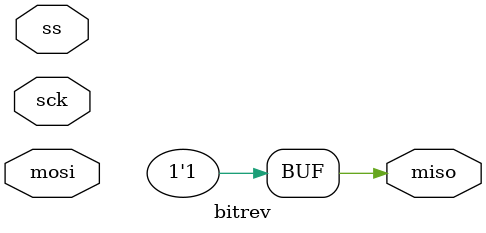
<source format=v>
module bitrev (
  input  sck,
  input  ss,
  input  mosi,
  output miso
);
  assign miso = 1'b1;
endmodule

</source>
